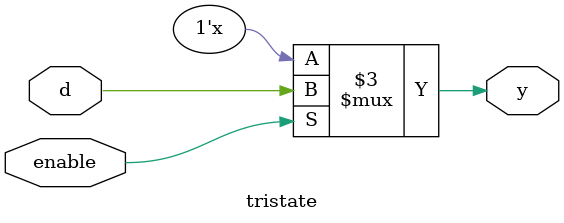
<source format=v>
module tristate(
	input enable,d,
	output reg y);
always@(enable,d) begin
	if(enable)
	begin
		y<=d;
	end
	else 
	begin
		y<='z;
	end
end
endmodule

</source>
